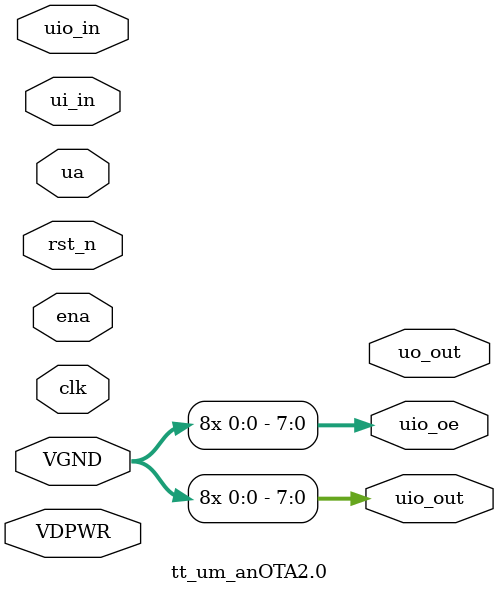
<source format=v>
/*
 * Copyright (c) 2024 Your Name
 * SPDX-License-Identifier: Apache-2.0
 */

`default_nettype none

module tt_um_anOTA2.0 (
    input  wire       VGND,
    input  wire       VDPWR,    // 1.8v power supply
//    input  wire       VAPWR,    // 3.3v power supply
    input  wire [7:0] ui_in,    // Dedicated inputs
    output wire [7:0] uo_out,   // Dedicated outputs
    input  wire [7:0] uio_in,   // IOs: Input path
    output wire [7:0] uio_out,  // IOs: Output path
    output wire [7:0] uio_oe,   // IOs: Enable path (active high: 0=input, 1=output)
    inout  wire [7:0] ua,       // Analog pins, only ua[5:0] can be used
    input  wire       ena,      // always 1 when the design is powered, so you can ignore it
    input  wire       clk,      // clock
    input  wire       rst_n     // reset_n - low to reset
);

    assign uio_out[0] = VGND;
    assign uio_out[1] = VGND;
    assign uio_out[2] = VGND;
    assign uio_out[3] = VGND;
    assign uio_out[4] = VGND;
    assign uio_out[5] = VGND;
    assign uio_out[6] = VGND;
    assign uio_out[7] = VGND;

    assign uio_oe[0] = VGND;
    assign uio_oe[1] = VGND;
    assign uio_oe[2] = VGND;
    assign uio_oe[3] = VGND;
    assign uio_oe[4] = VGND;
    assign uio_oe[5] = VGND;
    assign uio_oe[6] = VGND;
    assign uio_oe[7] = VGND;

    
endmodule

</source>
